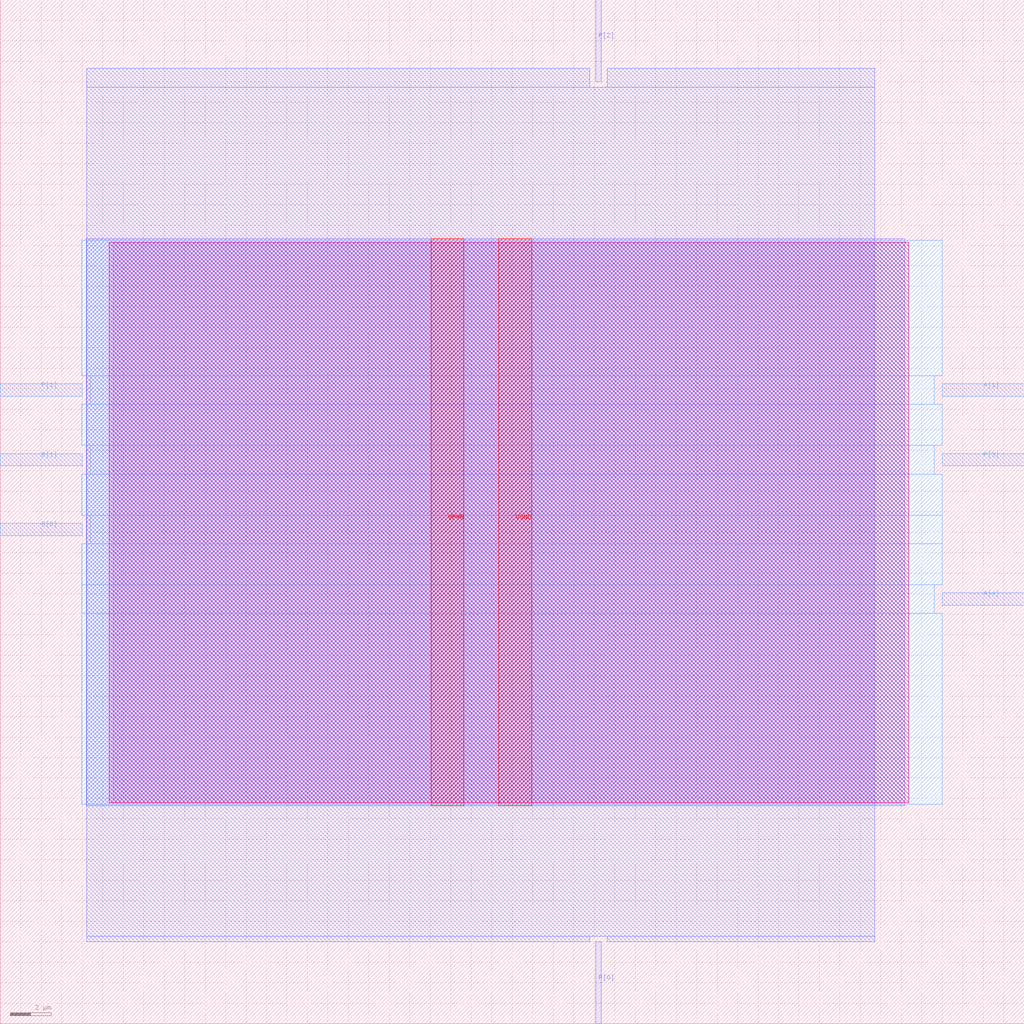
<source format=lef>
VERSION 5.7 ;
  NOWIREEXTENSIONATPIN ON ;
  DIVIDERCHAR "/" ;
  BUSBITCHARS "[]" ;
MACRO SARSANSTEPS_VENTAJA_e7
  CLASS BLOCK ;
  FOREIGN SARSANSTEPS_VENTAJA_e7 ;
  ORIGIN 0.000 0.000 ;
  SIZE 50.000 BY 50.000 ;
  PIN A[0]
    DIRECTION INPUT ;
    USE SIGNAL ;
    ANTENNAGATEAREA 0.196500 ;
    PORT
      LAYER met3 ;
        RECT 46.000 20.440 50.000 21.040 ;
    END
  END A[0]
  PIN A[1]
    DIRECTION INPUT ;
    USE SIGNAL ;
    ANTENNAGATEAREA 0.196500 ;
    PORT
      LAYER met3 ;
        RECT 46.000 30.640 50.000 31.240 ;
    END
  END A[1]
  PIN B[0]
    DIRECTION INPUT ;
    USE SIGNAL ;
    ANTENNAGATEAREA 0.126000 ;
    PORT
      LAYER met3 ;
        RECT 0.000 23.840 4.000 24.440 ;
    END
  END B[0]
  PIN B[1]
    DIRECTION INPUT ;
    USE SIGNAL ;
    ANTENNAGATEAREA 0.196500 ;
    PORT
      LAYER met3 ;
        RECT 0.000 27.240 4.000 27.840 ;
    END
  END B[1]
  PIN P[0]
    DIRECTION OUTPUT ;
    USE SIGNAL ;
    ANTENNADIFFAREA 0.445500 ;
    PORT
      LAYER met2 ;
        RECT 29.070 0.000 29.350 4.000 ;
    END
  END P[0]
  PIN P[1]
    DIRECTION OUTPUT ;
    USE SIGNAL ;
    ANTENNADIFFAREA 0.445500 ;
    PORT
      LAYER met3 ;
        RECT 0.000 30.640 4.000 31.240 ;
    END
  END P[1]
  PIN P[2]
    DIRECTION OUTPUT ;
    USE SIGNAL ;
    ANTENNADIFFAREA 0.445500 ;
    PORT
      LAYER met2 ;
        RECT 29.070 46.000 29.350 50.000 ;
    END
  END P[2]
  PIN P[3]
    DIRECTION OUTPUT ;
    USE SIGNAL ;
    ANTENNADIFFAREA 0.445500 ;
    PORT
      LAYER met3 ;
        RECT 46.000 27.240 50.000 27.840 ;
    END
  END P[3]
  PIN VGND
    DIRECTION INOUT ;
    USE GROUND ;
    PORT
      LAYER met4 ;
        RECT 24.340 10.640 25.940 38.320 ;
    END
  END VGND
  PIN VPWR
    DIRECTION INOUT ;
    USE POWER ;
    PORT
      LAYER met4 ;
        RECT 21.040 10.640 22.640 38.320 ;
    END
  END VPWR
  OBS
      LAYER nwell ;
        RECT 5.330 10.795 44.350 38.165 ;
      LAYER li1 ;
        RECT 5.520 10.795 44.160 38.165 ;
      LAYER met1 ;
        RECT 4.210 10.640 44.160 38.320 ;
      LAYER met2 ;
        RECT 4.230 45.720 28.790 46.650 ;
        RECT 29.630 45.720 42.690 46.650 ;
        RECT 4.230 4.280 42.690 45.720 ;
        RECT 4.230 4.000 28.790 4.280 ;
        RECT 29.630 4.000 42.690 4.280 ;
      LAYER met3 ;
        RECT 3.990 31.640 46.000 38.245 ;
        RECT 4.400 30.240 45.600 31.640 ;
        RECT 3.990 28.240 46.000 30.240 ;
        RECT 4.400 26.840 45.600 28.240 ;
        RECT 3.990 24.840 46.000 26.840 ;
        RECT 4.400 23.440 46.000 24.840 ;
        RECT 3.990 21.440 46.000 23.440 ;
        RECT 3.990 20.040 45.600 21.440 ;
        RECT 3.990 10.715 46.000 20.040 ;
  END
END SARSANSTEPS_VENTAJA_e7
END LIBRARY


</source>
